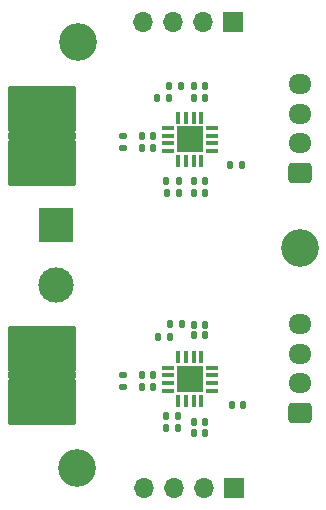
<source format=gbr>
%TF.GenerationSoftware,KiCad,Pcbnew,9.0.0*%
%TF.CreationDate,2025-04-16T15:55:05+03:00*%
%TF.ProjectId,power_detector,706f7765-725f-4646-9574-6563746f722e,rev?*%
%TF.SameCoordinates,Original*%
%TF.FileFunction,Soldermask,Top*%
%TF.FilePolarity,Negative*%
%FSLAX46Y46*%
G04 Gerber Fmt 4.6, Leading zero omitted, Abs format (unit mm)*
G04 Created by KiCad (PCBNEW 9.0.0) date 2025-04-16 15:55:05*
%MOMM*%
%LPD*%
G01*
G04 APERTURE LIST*
G04 Aperture macros list*
%AMRoundRect*
0 Rectangle with rounded corners*
0 $1 Rounding radius*
0 $2 $3 $4 $5 $6 $7 $8 $9 X,Y pos of 4 corners*
0 Add a 4 corners polygon primitive as box body*
4,1,4,$2,$3,$4,$5,$6,$7,$8,$9,$2,$3,0*
0 Add four circle primitives for the rounded corners*
1,1,$1+$1,$2,$3*
1,1,$1+$1,$4,$5*
1,1,$1+$1,$6,$7*
1,1,$1+$1,$8,$9*
0 Add four rect primitives between the rounded corners*
20,1,$1+$1,$2,$3,$4,$5,0*
20,1,$1+$1,$4,$5,$6,$7,0*
20,1,$1+$1,$6,$7,$8,$9,0*
20,1,$1+$1,$8,$9,$2,$3,0*%
G04 Aperture macros list end*
%ADD10RoundRect,0.102000X-2.770000X0.205000X-2.770000X-0.205000X2.770000X-0.205000X2.770000X0.205000X0*%
%ADD11RoundRect,0.102000X-2.770000X1.805000X-2.770000X-1.805000X2.770000X-1.805000X2.770000X1.805000X0*%
%ADD12RoundRect,0.140000X-0.140000X-0.170000X0.140000X-0.170000X0.140000X0.170000X-0.140000X0.170000X0*%
%ADD13RoundRect,0.135000X-0.135000X-0.185000X0.135000X-0.185000X0.135000X0.185000X-0.135000X0.185000X0*%
%ADD14RoundRect,0.250000X0.725000X-0.600000X0.725000X0.600000X-0.725000X0.600000X-0.725000X-0.600000X0*%
%ADD15O,1.950000X1.700000*%
%ADD16C,3.200000*%
%ADD17RoundRect,0.135000X0.135000X0.185000X-0.135000X0.185000X-0.135000X-0.185000X0.135000X-0.185000X0*%
%ADD18R,3.000000X3.000000*%
%ADD19C,3.000000*%
%ADD20RoundRect,0.135000X0.185000X-0.135000X0.185000X0.135000X-0.185000X0.135000X-0.185000X-0.135000X0*%
%ADD21R,0.350000X1.050000*%
%ADD22R,1.050000X0.350000*%
%ADD23R,2.250000X2.250000*%
%ADD24R,1.700000X1.700000*%
%ADD25O,1.700000X1.700000*%
G04 APERTURE END LIST*
D10*
%TO.C,J8*%
X46964600Y-87606400D03*
D11*
X46964600Y-85346400D03*
X46964600Y-89866400D03*
%TD*%
D10*
%TO.C,J5*%
X46990000Y-67336000D03*
D11*
X46990000Y-65076000D03*
X46990000Y-69596000D03*
%TD*%
D12*
%TO.C,C12*%
X55428000Y-87604600D03*
X56388000Y-87604600D03*
%TD*%
D13*
%TO.C,R5*%
X57529000Y-71160100D03*
X58549000Y-71160100D03*
%TD*%
D14*
%TO.C,J9*%
X68867800Y-90770400D03*
D15*
X68867800Y-88270400D03*
X68867800Y-85770400D03*
X68867800Y-83270400D03*
%TD*%
D16*
%TO.C,H2*%
X49987200Y-95453200D03*
%TD*%
D12*
%TO.C,C11*%
X55425400Y-88620600D03*
X56385400Y-88620600D03*
%TD*%
%TO.C,C4*%
X59819600Y-64109600D03*
X60779600Y-64109600D03*
%TD*%
D13*
%TO.C,R3*%
X56716200Y-64160400D03*
X57736200Y-64160400D03*
%TD*%
D16*
%TO.C,H3*%
X68834000Y-76860400D03*
%TD*%
D12*
%TO.C,C5*%
X59819600Y-63119000D03*
X60779600Y-63119000D03*
%TD*%
D17*
%TO.C,R9*%
X58879200Y-83286600D03*
X57859200Y-83286600D03*
%TD*%
D18*
%TO.C,J3*%
X48158400Y-74904600D03*
D19*
X48158400Y-79984600D03*
%TD*%
D20*
%TO.C,R8*%
X53848000Y-88622600D03*
X53848000Y-87602600D03*
%TD*%
D17*
%TO.C,R2*%
X58752200Y-63144400D03*
X57732200Y-63144400D03*
%TD*%
D20*
%TO.C,R1*%
X53848000Y-68328000D03*
X53848000Y-67308000D03*
%TD*%
D13*
%TO.C,R10*%
X56843200Y-84328000D03*
X57863200Y-84328000D03*
%TD*%
D12*
%TO.C,C13*%
X59845000Y-84226400D03*
X60805000Y-84226400D03*
%TD*%
D21*
%TO.C,IC1*%
X58533000Y-69485000D03*
X59183000Y-69485000D03*
X59833000Y-69485000D03*
X60483000Y-69485000D03*
D22*
X61358000Y-68610000D03*
X61358000Y-67960000D03*
X61358000Y-67310000D03*
X61358000Y-66660000D03*
D21*
X60483000Y-65785000D03*
X59833000Y-65785000D03*
X59183000Y-65785000D03*
X58533000Y-65785000D03*
D22*
X57658000Y-66660000D03*
X57658000Y-67310000D03*
X57658000Y-67960000D03*
X57658000Y-68610000D03*
D23*
X59508000Y-67635000D03*
%TD*%
D12*
%TO.C,C9*%
X59845000Y-91541600D03*
X60805000Y-91541600D03*
%TD*%
%TO.C,C2*%
X59847600Y-71145400D03*
X60807600Y-71145400D03*
%TD*%
%TO.C,C10*%
X63045400Y-90093800D03*
X64005400Y-90093800D03*
%TD*%
D14*
%TO.C,J10*%
X68859400Y-70455800D03*
D15*
X68859400Y-67955800D03*
X68859400Y-65455800D03*
X68859400Y-62955800D03*
%TD*%
D21*
%TO.C,IC2*%
X58533000Y-89775000D03*
X59183000Y-89775000D03*
X59833000Y-89775000D03*
X60483000Y-89775000D03*
D22*
X61358000Y-88900000D03*
X61358000Y-88250000D03*
X61358000Y-87600000D03*
X61358000Y-86950000D03*
D21*
X60483000Y-86075000D03*
X59833000Y-86075000D03*
X59183000Y-86075000D03*
X58533000Y-86075000D03*
D22*
X57658000Y-86950000D03*
X57658000Y-87600000D03*
X57658000Y-88250000D03*
X57658000Y-88900000D03*
D23*
X59508000Y-87925000D03*
%TD*%
D17*
%TO.C,R4*%
X58551000Y-72176100D03*
X57531000Y-72176100D03*
%TD*%
D12*
%TO.C,C14*%
X59842400Y-83312000D03*
X60802400Y-83312000D03*
%TD*%
%TO.C,C8*%
X59845000Y-92532200D03*
X60805000Y-92532200D03*
%TD*%
D16*
%TO.C,H1*%
X50038000Y-59385200D03*
%TD*%
D12*
%TO.C,C6*%
X55425400Y-68326000D03*
X56385400Y-68326000D03*
%TD*%
D17*
%TO.C,R6*%
X58523600Y-92100400D03*
X57503600Y-92100400D03*
%TD*%
D12*
%TO.C,C7*%
X62921000Y-69799200D03*
X63881000Y-69799200D03*
%TD*%
D13*
%TO.C,R7*%
X57503600Y-91084400D03*
X58523600Y-91084400D03*
%TD*%
D12*
%TO.C,C1*%
X55428000Y-67310000D03*
X56388000Y-67310000D03*
%TD*%
D24*
%TO.C,J6*%
X63236000Y-97129600D03*
D25*
X60696000Y-97129600D03*
X58156000Y-97129600D03*
X55616000Y-97129600D03*
%TD*%
D24*
%TO.C,J7*%
X63119000Y-57658000D03*
D25*
X60579000Y-57658000D03*
X58039000Y-57658000D03*
X55499000Y-57658000D03*
%TD*%
D12*
%TO.C,C3*%
X59847600Y-72136000D03*
X60807600Y-72136000D03*
%TD*%
M02*

</source>
